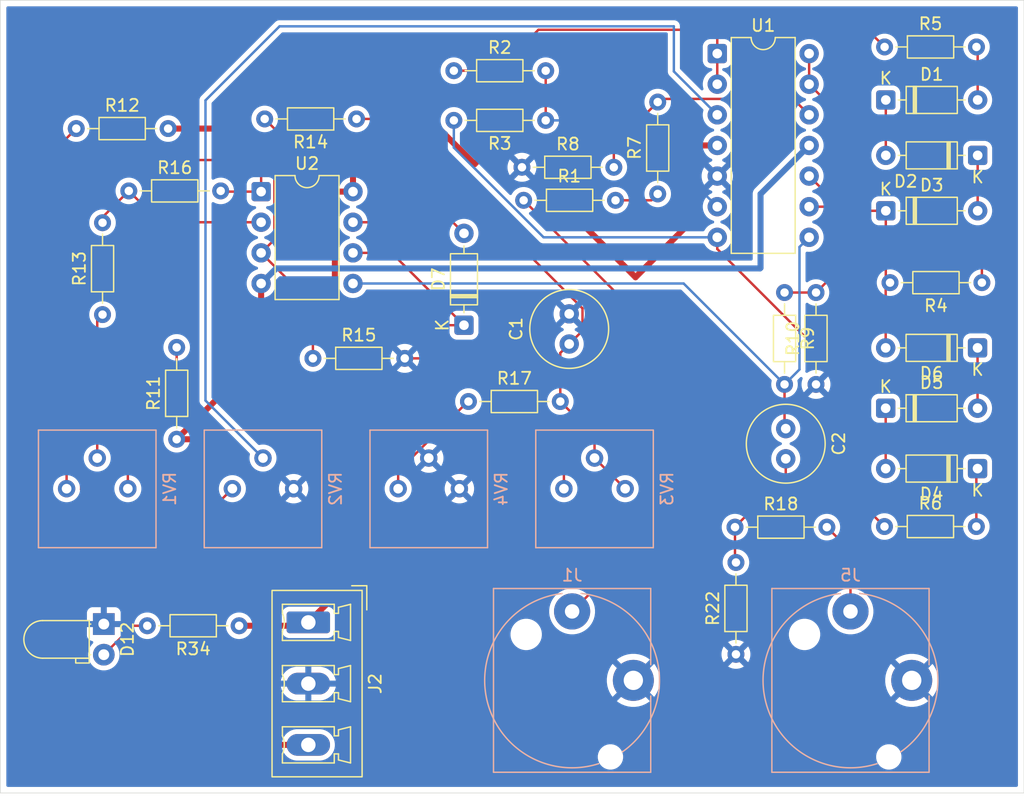
<source format=kicad_pcb>
(kicad_pcb (version 20241229) (generator "pcbnew") (generator_version "9.0")
  (layers (0 "F.Cu" signal) (2 "B.Cu" signal) (13 "F.Paste" user) (15 "B.Paste" user) (5 "F.SilkS" user "F.Silkscreen") (7 "B.SilkS" user "B.Silkscreen") (1 "F.Mask" user) (3 "B.Mask" user) (25 "Edge.Cuts" user))
  (net 0 "")
  (net 1 "PDOUT")
  (net 2 "GND")
  (net 3 "Net-(C2-Pad2)")
  (net 4 "CVOUT")
  (net 5 "Net-(D1-A)")
  (net 6 "Net-(D1-K)")
  (net 7 "Net-(D2-K)")
  (net 8 "Net-(D3-K)")
  (net 9 "Net-(D4-A)")
  (net 10 "Net-(D4-K)")
  (net 11 "Net-(D5-A)")
  (net 12 "Net-(D7-A)")
  (net 13 "Net-(D7-K)")
  (net 14 "Net-(D12-A)")
  (net 15 "Net-(J1-PadT)")
  (net 16 "-12")
  (net 17 "+12")
  (net 18 "Net-(J5-PadT)")
  (net 19 "Net-(R1-Pad2)")
  (net 20 "CVO+")
  (net 21 "Net-(U1B--)")
  (net 22 "CVO-")
  (net 23 "Net-(U1D--)")
  (net 24 "Net-(U1D-+)")
  (net 25 "Net-(U1C--)")
  (net 26 "Net-(R11-Pad2)")
  (net 27 "Net-(R12-Pad1)")
  (net 28 "Net-(U2A--)")
  (net 29 "Net-(R13-Pad1)")
  (net 30 "Net-(U2A-+)")
  (net 31 "Net-(R16-Pad2)")
  (net 32 "Net-(R17-Pad1)")
  (net 33 "COMPOUT")
  (footprint "Resistor_THT:R_Axial_DIN0204_L3.6mm_D1.6mm_P7.62mm_Horizontal" (layer "F.Cu") (at 204.08 125.79)
    (property "Reference" "R15" (at 3.81 -1.92 0) (layer "F.SilkS"))
    (property "Value" "100K")
    (pad "1" thru_hole circle (at 0 0) (size 1.4 1.4) (drill 0.7) (layers "*.Cu" "*.Mask") (net 30 "Net-(U2A-+)"))
    (pad "2" thru_hole circle (at 7.62 0) (size 1.4 1.4) (drill 0.7) (layers "*.Cu" "*.Mask") (net 2 "GND"))
  )
  (footprint "Resistor_THT:R_Axial_DIN0204_L3.6mm_D1.6mm_P7.62mm_Horizontal" (layer "F.Cu") (at 215.77 101.93)
    (property "Reference" "R2" (at 3.81 -1.92 0) (layer "F.SilkS"))
    (property "Value" "100K")
    (pad "1" thru_hole circle (at 0 0) (size 1.4 1.4) (drill 0.7) (layers "*.Cu" "*.Mask") (net 20 "CVO+"))
    (pad "2" thru_hole circle (at 7.62 0) (size 1.4 1.4) (drill 0.7) (layers "*.Cu" "*.Mask") (net 21 "Net-(U1B--)"))
  )
  (footprint "Resistor_THT:R_Axial_DIN0204_L3.6mm_D1.6mm_P7.62mm_Horizontal" (layer "F.Cu") (at 186.63 122.16 90)
    (property "Reference" "R13" (at 3.81 -1.92 90) (layer "F.SilkS"))
    (property "Value" "100K")
    (pad "1" thru_hole circle (at 0 0 90) (size 1.4 1.4) (drill 0.7) (layers "*.Cu" "*.Mask") (net 29 "Net-(R13-Pad1)"))
    (pad "2" thru_hole circle (at 7.62 0 90) (size 1.4 1.4) (drill 0.7) (layers "*.Cu" "*.Mask") (net 28 "Net-(U2A--)"))
  )
  (footprint "Resistor_THT:R_Axial_DIN0204_L3.6mm_D1.6mm_P7.62mm_Horizontal" (layer "F.Cu") (at 207.7 105.93 180)
    (property "Reference" "R14" (at 3.81 -1.92 0) (layer "F.SilkS"))
    (property "Value" "100K")
    (pad "1" thru_hole circle (at 0 0 180) (size 1.4 1.4) (drill 0.7) (layers "*.Cu" "*.Mask") (net 1 "PDOUT"))
    (pad "2" thru_hole circle (at 7.62 0 180) (size 1.4 1.4) (drill 0.7) (layers "*.Cu" "*.Mask") (net 30 "Net-(U2A-+)"))
  )
  (footprint "Resistor_THT:R_Axial_DIN0204_L3.6mm_D1.6mm_P7.62mm_Horizontal" (layer "F.Cu") (at 223.39 106.05 180)
    (property "Reference" "R3" (at 3.81 -1.92 0) (layer "F.SilkS"))
    (property "Value" "100K")
    (pad "1" thru_hole circle (at 0 0 180) (size 1.4 1.4) (drill 0.7) (layers "*.Cu" "*.Mask") (net 21 "Net-(U1B--)"))
    (pad "2" thru_hole circle (at 7.62 0 180) (size 1.4 1.4) (drill 0.7) (layers "*.Cu" "*.Mask") (net 22 "CVO-"))
  )
  (footprint "Resistor_THT:R_Axial_DIN0204_L3.6mm_D1.6mm_P7.62mm_Horizontal" (layer "F.Cu") (at 188.81 111.9)
    (property "Reference" "R16" (at 3.81 -1.92 0) (layer "F.SilkS"))
    (property "Value" "100K")
    (pad "1" thru_hole circle (at 0 0) (size 1.4 1.4) (drill 0.7) (layers "*.Cu" "*.Mask") (net 28 "Net-(U2A--)"))
    (pad "2" thru_hole circle (at 7.62 0) (size 1.4 1.4) (drill 0.7) (layers "*.Cu" "*.Mask") (net 31 "Net-(R16-Pad2)"))
  )
  (footprint "Package_DIP:DIP-8_W7.62mm" (layer "F.Cu") (at 199.785 111.96)
    (property "Reference" "U2" (at 3.81 -2.33 0) (layer "F.SilkS"))
    (property "Value" "TL072")
    (pad "1" thru_hole roundrect (at 0 0) (size 1.6 1.6) (drill 0.8) (layers "*.Cu" "*.Mask") (roundrect_rratio 0.15625) (net 31 "Net-(R16-Pad2)"))
    (pad "2" thru_hole circle (at 0 2.54) (size 1.6 1.6) (drill 0.8) (layers "*.Cu" "*.Mask") (net 28 "Net-(U2A--)"))
    (pad "3" thru_hole circle (at 0 5.08) (size 1.6 1.6) (drill 0.8) (layers "*.Cu" "*.Mask") (net 30 "Net-(U2A-+)"))
    (pad "4" thru_hole circle (at 0 7.62) (size 1.6 1.6) (drill 0.8) (layers "*.Cu" "*.Mask") (net 16 "-12"))
    (pad "5" thru_hole circle (at 7.62 7.62) (size 1.6 1.6) (drill 0.8) (layers "*.Cu" "*.Mask") (net 4 "CVOUT"))
    (pad "6" thru_hole circle (at 7.62 5.08) (size 1.6 1.6) (drill 0.8) (layers "*.Cu" "*.Mask") (net 13 "Net-(D7-K)"))
    (pad "7" thru_hole circle (at 7.62 2.54) (size 1.6 1.6) (drill 0.8) (layers "*.Cu" "*.Mask") (net 12 "Net-(D7-A)"))
    (pad "8" thru_hole circle (at 7.62 0) (size 1.6 1.6) (drill 0.8) (layers "*.Cu" "*.Mask") (net 17 "+12"))
  )
  (footprint "Resistor_THT:R_Axial_DIN0204_L3.6mm_D1.6mm_P7.62mm_Horizontal" (layer "F.Cu") (at 221.56 112.68)
    (property "Reference" "R1" (at 3.785 -2 0) (layer "F.SilkS"))
    (property "Value" "1K")
    (pad "1" thru_hole circle (at 0 0) (size 1.4 1.4) (drill 0.7) (layers "*.Cu" "*.Mask") (net 15 "Net-(J1-PadT)"))
    (pad "2" thru_hole circle (at 7.62 0) (size 1.4 1.4) (drill 0.7) (layers "*.Cu" "*.Mask") (net 19 "Net-(R1-Pad2)"))
  )
  (footprint "Resistor_THT:R_Axial_DIN0204_L3.6mm_D1.6mm_P7.62mm_Horizontal" (layer "F.Cu") (at 239.17 150.34 90)
    (property "Reference" "R22" (at 3.81 -1.92 90) (layer "F.SilkS"))
    (property "Value" "100K")
    (pad "1" thru_hole circle (at 0 0 90) (size 1.4 1.4) (drill 0.7) (layers "*.Cu" "*.Mask") (net 2 "GND"))
    (pad "2" thru_hole circle (at 7.62 0 90) (size 1.4 1.4) (drill 0.7) (layers "*.Cu" "*.Mask") (net 3 "Net-(C2-Pad2)"))
  )
  (footprint "Diode_THT:D_DO-35_SOD27_P7.62mm_Horizontal" (layer "F.Cu") (at 216.61 123.04 90)
    (property "Reference" "D7" (at 3.81 -2.12 90) (layer "F.SilkS"))
    (property "Value" "1N4148")
    (fp_text user "K" (at 0 -1.8 90) (layer "F.SilkS"))
    (pad "1" thru_hole roundrect (at 0 0 90) (size 1.6 1.6) (drill 0.8) (layers "*.Cu" "*.Mask") (roundrect_rratio 0.15625) (net 13 "Net-(D7-K)"))
    (pad "2" thru_hole circle (at 7.62 0 90) (size 1.6 1.6) (drill 0.8) (layers "*.Cu" "*.Mask") (net 12 "Net-(D7-A)"))
  )
  (footprint "Resistor_THT:R_Axial_DIN0204_L3.6mm_D1.6mm_P7.62mm_Horizontal" (layer "F.Cu") (at 251.5 99.96)
    (property "Reference" "R5" (at 3.81 -1.92 0) (layer "F.SilkS"))
    (property "Value" "100")
    (pad "1" thru_hole circle (at 0 0) (size 1.4 1.4) (drill 0.7) (layers "*.Cu" "*.Mask") (net 20 "CVO+"))
    (pad "2" thru_hole circle (at 7.62 0) (size 1.4 1.4) (drill 0.7) (layers "*.Cu" "*.Mask") (net 5 "Net-(D1-A)"))
  )
  (footprint "Resistor_THT:R_Axial_DIN0204_L3.6mm_D1.6mm_P7.62mm_Horizontal" (layer "F.Cu") (at 192.78 132.5 90)
    (property "Reference" "R11" (at 3.81 -1.92 90) (layer "F.SilkS"))
    (property "Value" "100K")
    (pad "1" thru_hole circle (at 0 0 90) (size 1.4 1.4) (drill 0.7) (layers "*.Cu" "*.Mask") (net 16 "-12"))
    (pad "2" thru_hole circle (at 7.62 0 90) (size 1.4 1.4) (drill 0.7) (layers "*.Cu" "*.Mask") (net 26 "Net-(R11-Pad2)"))
  )
  (footprint "Resistor_THT:R_Axial_DIN0204_L3.6mm_D1.6mm_P7.62mm_Horizontal" (layer "F.Cu") (at 232.68 112.15 90)
    (property "Reference" "R7" (at 3.81 -1.92 90) (layer "F.SilkS"))
    (property "Value" "100K")
    (pad "1" thru_hole circle (at 0 0 90) (size 1.4 1.4) (drill 0.7) (layers "*.Cu" "*.Mask") (net 19 "Net-(R1-Pad2)"))
    (pad "2" thru_hole circle (at 7.62 0 90) (size 1.4 1.4) (drill 0.7) (layers "*.Cu" "*.Mask") (net 24 "Net-(U1D-+)"))
  )
  (footprint "Diode_THT:D_DO-35_SOD27_P7.62mm_Horizontal" (layer "F.Cu") (at 251.59 129.926667)
    (property "Reference" "D5" (at 3.81 -2.12 0) (layer "F.SilkS"))
    (property "Value" "1N4148")
    (fp_text user "K" (at 0 -1.8 0) (layer "F.SilkS"))
    (pad "1" thru_hole roundrect (at 0 0) (size 1.6 1.6) (drill 0.8) (layers "*.Cu" "*.Mask") (roundrect_rratio 0.15625) (net 9 "Net-(D4-A)"))
    (pad "2" thru_hole circle (at 7.62 0) (size 1.6 1.6) (drill 0.8) (layers "*.Cu" "*.Mask") (net 11 "Net-(D5-A)"))
  )
  (footprint "Resistor_THT:R_Axial_DIN0204_L3.6mm_D1.6mm_P7.62mm_Horizontal" (layer "F.Cu") (at 239.09 139.79)
    (property "Reference" "R18" (at 3.81 -1.92 0) (layer "F.SilkS"))
    (property "Value" "1K")
    (pad "1" thru_hole circle (at 0 0) (size 1.4 1.4) (drill 0.7) (layers "*.Cu" "*.Mask") (net 3 "Net-(C2-Pad2)"))
    (pad "2" thru_hole circle (at 7.62 0) (size 1.4 1.4) (drill 0.7) (layers "*.Cu" "*.Mask") (net 18 "Net-(J5-PadT)"))
  )
  (footprint "Resistor_THT:R_Axial_DIN0204_L3.6mm_D1.6mm_P7.62mm_Horizontal" (layer "F.Cu") (at 245.81 127.95 90)
    (property "Reference" "R10" (at 3.81 -1.92 90) (layer "F.SilkS"))
    (property "Value" "10K")
    (pad "1" thru_hole circle (at 0 0 90) (size 1.4 1.4) (drill 0.7) (layers "*.Cu" "*.Mask") (net 2 "GND"))
    (pad "2" thru_hole circle (at 7.62 0 90) (size 1.4 1.4) (drill 0.7) (layers "*.Cu" "*.Mask") (net 25 "Net-(U1C--)"))
  )
  (footprint "Package_DIP:DIP-14_W7.62mm" (layer "F.Cu") (at 237.62 100.51)
    (property "Reference" "U1" (at 3.81 -2.33 0) (layer "F.SilkS"))
    (property "Value" "TL074")
    (pad "1" thru_hole roundrect (at 0 0) (size 1.6 1.6) (drill 0.8) (layers "*.Cu" "*.Mask") (roundrect_rratio 0.15625) (net 20 "CVO+"))
    (pad "2" thru_hole circle (at 0 2.54) (size 1.6 1.6) (drill 0.8) (layers "*.Cu" "*.Mask") (net 20 "CVO+"))
    (pad "3" thru_hole circle (at 0 5.08) (size 1.6 1.6) (drill 0.8) (layers "*.Cu" "*.Mask") (net 33 "COMPOUT"))
    (pad "4" thru_hole circle (at 0 7.62) (size 1.6 1.6) (drill 0.8) (layers "*.Cu" "*.Mask") (net 17 "+12"))
    (pad "5" thru_hole circle (at 0 10.16) (size 1.6 1.6) (drill 0.8) (layers "*.Cu" "*.Mask") (net 2 "GND"))
    (pad "6" thru_hole circle (at 0 12.7) (size 1.6 1.6) (drill 0.8) (layers "*.Cu" "*.Mask") (net 21 "Net-(U1B--)"))
    (pad "7" thru_hole circle (at 0 15.24) (size 1.6 1.6) (drill 0.8) (layers "*.Cu" "*.Mask") (net 22 "CVO-"))
    (pad "8" thru_hole circle (at 7.62 15.24) (size 1.6 1.6) (drill 0.8) (layers "*.Cu" "*.Mask") (net 4 "CVOUT"))
    (pad "9" thru_hole circle (at 7.62 12.7) (size 1.6 1.6) (drill 0.8) (layers "*.Cu" "*.Mask") (net 25 "Net-(U1C--)"))
    (pad "10" thru_hole circle (at 7.62 10.16) (size 1.6 1.6) (drill 0.8) (layers "*.Cu" "*.Mask") (net 8 "Net-(D3-K)"))
    (pad "11" thru_hole circle (at 7.62 7.62) (size 1.6 1.6) (drill 0.8) (layers "*.Cu" "*.Mask") (net 16 "-12"))
    (pad "12" thru_hole circle (at 7.62 5.08) (size 1.6 1.6) (drill 0.8) (layers "*.Cu" "*.Mask") (net 24 "Net-(U1D-+)"))
    (pad "13" thru_hole circle (at 7.62 2.54) (size 1.6 1.6) (drill 0.8) (layers "*.Cu" "*.Mask") (net 23 "Net-(U1D--)"))
    (pad "14" thru_hole circle (at 7.62 0) (size 1.6 1.6) (drill 0.8) (layers "*.Cu" "*.Mask") (net 23 "Net-(U1D--)"))
  )
  (footprint "Resistor_THT:R_Axial_DIN0204_L3.6mm_D1.6mm_P7.62mm_Horizontal" (layer "F.Cu") (at 221.42 109.94)
    (property "Reference" "R8" (at 3.81 -1.92 0) (layer "F.SilkS"))
    (property "Value" "10K")
    (pad "1" thru_hole circle (at 0 0) (size 1.4 1.4) (drill 0.7) (layers "*.Cu" "*.Mask") (net 2 "GND"))
    (pad "2" thru_hole circle (at 7.62 0) (size 1.4 1.4) (drill 0.7) (layers "*.Cu" "*.Mask") (net 24 "Net-(U1D-+)"))
  )
  (footprint "Diode_THT:D_DO-35_SOD27_P7.62mm_Horizontal" (layer "F.Cu") (at 259.22 108.953333 180)
    (property "Reference" "D2" (at 5.97 -2.16 0) (layer "F.SilkS"))
    (property "Value" "1N4148")
    (fp_text user "K" (at 0 -1.8 0) (layer "F.SilkS"))
    (pad "1" thru_hole roundrect (at 0 0 180) (size 1.6 1.6) (drill 0.8) (layers "*.Cu" "*.Mask") (roundrect_rratio 0.15625) (net 7 "Net-(D2-K)"))
    (pad "2" thru_hole circle (at 7.62 0 180) (size 1.6 1.6) (drill 0.8) (layers "*.Cu" "*.Mask") (net 6 "Net-(D1-K)"))
  )
  (footprint "Resistor_THT:R_Axial_DIN0204_L3.6mm_D1.6mm_P7.62mm_Horizontal" (layer "F.Cu") (at 259.57 119.51 180)
    (property "Reference" "R4" (at 3.81 -1.92 0) (layer "F.SilkS"))
    (property "Value" "1K")
    (pad "1" thru_hole circle (at 0 0 180) (size 1.4 1.4) (drill 0.7) (layers "*.Cu" "*.Mask") (net 23 "Net-(U1D--)"))
    (pad "2" thru_hole circle (at 7.62 0 180) (size 1.4 1.4) (drill 0.7) (layers "*.Cu" "*.Mask") (net 8 "Net-(D3-K)"))
  )
  (footprint "Diode_THT:D_DO-35_SOD27_P7.62mm_Horizontal" (layer "F.Cu") (at 251.6 104.356667)
    (property "Reference" "D1" (at 3.81 -2.12 0) (layer "F.SilkS"))
    (property "Value" "1N4148")
    (fp_text user "K" (at 0 -1.8 0) (layer "F.SilkS"))
    (pad "1" thru_hole roundrect (at 0 0) (size 1.6 1.6) (drill 0.8) (layers "*.Cu" "*.Mask") (roundrect_rratio 0.15625) (net 6 "Net-(D1-K)"))
    (pad "2" thru_hole circle (at 7.62 0) (size 1.6 1.6) (drill 0.8) (layers "*.Cu" "*.Mask") (net 5 "Net-(D1-A)"))
  )
  (footprint "Resistor_THT:R_Axial_DIN0204_L3.6mm_D1.6mm_P7.62mm_Horizontal" (layer "F.Cu") (at 184.45 106.73)
    (property "Reference" "R12" (at 3.81 -1.92 0) (layer "F.SilkS"))
    (property "Value" "50K")
    (pad "1" thru_hole circle (at 0 0) (size 1.4 1.4) (drill 0.7) (layers "*.Cu" "*.Mask") (net 27 "Net-(R12-Pad1)"))
    (pad "2" thru_hole circle (at 7.62 0) (size 1.4 1.4) (drill 0.7) (layers "*.Cu" "*.Mask") (net 17 "+12"))
  )
  (footprint "Capacitor_THT:C_Radial_D6.3mm_H5.0mm_P2.50mm" (layer "F.Cu") (at 225.34 124.6 90)
    (property "Reference" "C1" (at 1.25 -4.4 90) (layer "F.SilkS"))
    (property "Value" "10u")
    (pad "1" thru_hole circle (at 0 0 90) (size 1.6 1.6) (drill 0.8) (layers "*.Cu" "*.Mask") (net 1 "PDOUT"))
    (pad "2" thru_hole circle (at 2.5 0 90) (size 1.6 1.6) (drill 0.8) (layers "*.Cu" "*.Mask") (net 2 "GND"))
  )
  (footprint "Resistor_THT:R_Axial_DIN0204_L3.6mm_D1.6mm_P7.62mm_Horizontal" (layer "F.Cu") (at 243.2 120.33 -90)
    (property "Reference" "R9" (at 3.81 -1.92 90) (layer "F.SilkS"))
    (property "Value" "100K")
    (pad "1" thru_hole circle (at 0 0 270) (size 1.4 1.4) (drill 0.7) (layers "*.Cu" "*.Mask") (net 25 "Net-(U1C--)"))
    (pad "2" thru_hole circle (at 7.62 0 270) (size 1.4 1.4) (drill 0.7) (layers "*.Cu" "*.Mask") (net 4 "CVOUT"))
  )
  (footprint "Resistor_THT:R_Axial_DIN0204_L3.6mm_D1.6mm_P7.62mm_Horizontal" (layer "F.Cu") (at 197.96 147.97 180)
    (property "Reference" "R34" (at 3.81 -1.92 0) (layer "F.SilkS"))
    (property "Value" "4.7K")
    (pad "1" thru_hole circle (at 0 0 180) (size 1.4 1.4) (drill 0.7) (layers "*.Cu" "*.Mask") (net 17 "+12"))
    (pad "2" thru_hole circle (at 7.62 0 180) (size 1.4 1.4) (drill 0.7) (layers "*.Cu" "*.Mask") (net 14 "Net-(D12-A)"))
  )
  (footprint "Capacitor_THT:C_Radial_D6.3mm_H5.0mm_P2.50mm" (layer "F.Cu") (at 243.3 131.62 -90)
    (property "Reference" "C2" (at 1.25 -4.4 90) (layer "F.SilkS"))
    (property "Value" "10u")
    (pad "1" thru_hole circle (at 0 0 270) (size 1.6 1.6) (drill 0.8) (layers "*.Cu" "*.Mask") (net 4 "CVOUT"))
    (pad "2" thru_hole circle (at 2.5 0 270) (size 1.6 1.6) (drill 0.8) (layers "*.Cu" "*.Mask") (net 3 "Net-(C2-Pad2)"))
  )
  (footprint "Diode_THT:D_DO-35_SOD27_P7.62mm_Horizontal" (layer "F.Cu") (at 259.21 124.92 180)
    (property "Reference" "D6" (at 3.81 -2.12 0) (layer "F.SilkS"))
    (property "Value" "1N4148")
    (fp_text user "K" (at 0 -1.8 0) (layer "F.SilkS"))
    (pad "1" thru_hole roundrect (at 0 0 180) (size 1.6 1.6) (drill 0.8) (layers "*.Cu" "*.Mask") (roundrect_rratio 0.15625) (net 11 "Net-(D5-A)"))
    (pad "2" thru_hole circle (at 7.62 0 180) (size 1.6 1.6) (drill 0.8) (layers "*.Cu" "*.Mask") (net 8 "Net-(D3-K)"))
  )
  (footprint "Resistor_THT:R_Axial_DIN0204_L3.6mm_D1.6mm_P7.62mm_Horizontal" (layer "F.Cu") (at 251.49 139.74)
    (property "Reference" "R6" (at 3.81 -1.92 0) (layer "F.SilkS"))
    (property "Value" "100")
    (pad "1" thru_hole circle (at 0 0) (size 1.4 1.4) (drill 0.7) (layers "*.Cu" "*.Mask") (net 22 "CVO-"))
    (pad "2" thru_hole circle (at 7.62 0) (size 1.4 1.4) (drill 0.7) (layers "*.Cu" "*.Mask") (net 10 "Net-(D4-K)"))
  )
  (footprint "Diode_THT:D_DO-35_SOD27_P7.62mm_Horizontal" (layer "F.Cu") (at 259.21 134.933333 180)
    (property "Reference" "D4" (at 3.81 -2.12 0) (layer "F.SilkS"))
    (property "Value" "1N4148")
    (fp_text user "K" (at 0 -1.8 0) (layer "F.SilkS"))
    (pad "1" thru_hole roundrect (at 0 0 180) (size 1.6 1.6) (drill 0.8) (layers "*.Cu" "*.Mask") (roundrect_rratio 0.15625) (net 10 "Net-(D4-K)"))
    (pad "2" thru_hole circle (at 7.62 0 180) (size 1.6 1.6) (drill 0.8) (layers "*.Cu" "*.Mask") (net 9 "Net-(D4-A)"))
  )
  (footprint "LED_THT:LED_D3.0mm_Horizontal_O1.27mm_Z2.0mm" (layer "F.Cu") (at 186.735 147.83 -90)
    (property "Reference" "D12" (at 1.27 -1.96 90) (layer "F.SilkS"))
    (property "Value" "LED")
    (pad "1" thru_hole rect (at 0 0 270) (size 1.8 1.8) (drill 0.9) (layers "*.Cu" "*.Mask") (net 2 "GND"))
    (pad "2" thru_hole circle (at 2.54 0 270) (size 1.8 1.8) (drill 0.9) (layers "*.Cu" "*.Mask") (net 14 "Net-(D12-A)"))
  )
  (footprint "Resistor_THT:R_Axial_DIN0204_L3.6mm_D1.6mm_P7.62mm_Horizontal" (layer "F.Cu") (at 216.98 129.37)
    (property "Reference" "R17" (at 3.81 -1.92 0) (layer "F.SilkS"))
    (property "Value" "5K")
    (pad "1" thru_hole circle (at 0 0) (size 1.4 1.4) (drill 0.7) (layers "*.Cu" "*.Mask") (net 32 "Net-(R17-Pad1)"))
    (pad "2" thru_hole circle (at 7.62 0) (size 1.4 1.4) (drill 0.7) (layers "*.Cu" "*.Mask") (net 1 "PDOUT"))
  )
  (footprint "Connector_Phoenix_MC_HighVoltage:PhoenixContact_MCV_1,5_3-G-5.08_1x03_P5.08mm_Vertical" (layer "F.Cu") (at 203.7 147.69 -90)
    (property "Reference" "J2" (at 5.08 -5.55 90) (layer "F.SilkS"))
    (property "Value" "Conn_01x03_Pin")
    (pad "1" thru_hole roundrect (at 0 0 270) (size 1.8 3.6) (drill 1.2) (layers "*.Cu" "*.Mask") (roundrect_rratio 0.138889) (net 17 "+12"))
    (pad "2" thru_hole oval (at 5.08 0 270) (size 1.8 3.6) (drill 1.2) (layers "*.Cu" "*.Mask") (net 2 "GND"))
    (pad "3" thru_hole oval (at 10.16 0 270) (size 1.8 3.6) (drill 1.2) (layers "*.Cu" "*.Mask") (net 16 "-12"))
  )
  (footprint "Diode_THT:D_DO-35_SOD27_P7.62mm_Horizontal" (layer "F.Cu") (at 251.6 113.55)
    (property "Reference" "D3" (at 3.81 -2.12 0) (layer "F.SilkS"))
    (property "Value" "1N4148")
    (fp_text user "K" (at 0 -1.8 0) (layer "F.SilkS"))
    (pad "1" thru_hole roundrect (at 0 0) (size 1.6 1.6) (drill 0.8) (layers "*.Cu" "*.Mask") (roundrect_rratio 0.15625) (net 8 "Net-(D3-K)"))
    (pad "2" thru_hole circle (at 7.62 0) (size 1.6 1.6) (drill 0.8) (layers "*.Cu" "*.Mask") (net 7 "Net-(D2-K)"))
  )
  (footprint "Connector_Audio:Jack_6.35mm_Neutrik_NJ2FD-V_Vertical" (layer "B.Cu") (at 248.67 146.78 180)
    (property "Reference" "J5" (at 0 3 0) (layer "B.SilkS") (effects (justify mirror)))
    (property "Value" "AudioOut")
    (pad "" np_thru_hole circle (at -3.18 -12.07) (size 1.6 1.6) (drill 1.6) (layers "*.Cu" "*.Mask"))
    (pad "" np_thru_hole circle (at 3.81 -1.91) (size 2.1 2.1) (drill 2.1) (layers "*.Cu" "*.Mask"))
    (pad "S" thru_hole circle (at -5.08 -5.72) (size 3.4 3.4) (drill 1.6) (layers "*.Cu" "*.Mask") (net 2 "GND"))
    (pad "T" thru_hole circle (at 0 0) (size 3 3) (drill 1.2) (layers "*.Cu" "*.Mask") (net 18 "Net-(J5-PadT)"))
  )
  (footprint "Potentiometer_THT:Potentiometer_Bourns_3386P_Vertical" (layer "B.Cu") (at 197.4 136.6 90)
    (property "Reference" "RV2" (at -0.015 8.555 90) (layer "B.SilkS") (effects (justify mirror)))
    (property "Value" "100K")
    (pad "1" thru_hole circle (at 0 0 90) (size 1.44 1.44) (drill 0.8) (layers "*.Cu" "*.Mask") (net 31 "Net-(R16-Pad2)"))
    (pad "2" thru_hole circle (at 2.54 2.54 90) (size 1.44 1.44) (drill 0.8) (layers "*.Cu" "*.Mask") (net 33 "COMPOUT"))
    (pad "3" thru_hole circle (at 0 5.08 90) (size 1.44 1.44) (drill 0.8) (layers "*.Cu" "*.Mask") (net 2 "GND"))
  )
  (footprint "Potentiometer_THT:Potentiometer_Bourns_3386P_Vertical" (layer "B.Cu") (at 224.9 136.6 90)
    (property "Reference" "RV3" (at -0.015 8.555 90) (layer "B.SilkS") (effects (justify mirror)))
    (property "Value" "100K")
    (pad "1" thru_hole circle (at 0 0 90) (size 1.44 1.44) (drill 0.8) (layers "*.Cu" "*.Mask") (net 13 "Net-(D7-K)"))
    (pad "2" thru_hole circle (at 2.54 2.54 90) (size 1.44 1.44) (drill 0.8) (layers "*.Cu" "*.Mask") (net 1 "PDOUT"))
    (pad "3" thru_hole circle (at 0 5.08 90) (size 1.44 1.44) (drill 0.8) (layers "*.Cu" "*.Mask") (net 1 "PDOUT"))
  )
  (footprint "Connector_Audio:Jack_6.35mm_Neutrik_NJ2FD-V_Vertical" (layer "B.Cu") (at 225.58 146.78 180)
    (property "Reference" "J1" (at 0 3 0) (layer "B.SilkS") (effects (justify mirror)))
    (property "Value" "AudioIn")
    (pad "" np_thru_hole circle (at -3.18 -12.07) (size 1.6 1.6) (drill 1.6) (layers "*.Cu" "*.Mask"))
    (pad "" np_thru_hole circle (at 3.81 -1.91) (size 2.1 2.1) (drill 2.1) (layers "*.Cu" "*.Mask"))
    (pad "S" thru_hole circle (at -5.08 -5.72) (size 3.4 3.4) (drill 1.6) (layers "*.Cu" "*.Mask") (net 2 "GND"))
    (pad "T" thru_hole circle (at 0 0) (size 3 3) (drill 1.2) (layers "*.Cu" "*.Mask") (net 15 "Net-(J1-PadT)"))
  )
  (footprint "Potentiometer_THT:Potentiometer_Bourns_3386P_Vertical" (layer "B.Cu") (at 183.65 136.6 90)
    (property "Reference" "RV1" (at -0.015 8.555 90) (layer "B.SilkS") (effects (justify mirror)))
    (property "Value" "100K")
    (pad "1" thru_hole circle (at 0 0 90) (size 1.44 1.44) (drill 0.8) (layers "*.Cu" "*.Mask") (net 27 "Net-(R12-Pad1)"))
    (pad "2" thru_hole circle (at 2.54 2.54 90) (size 1.44 1.44) (drill 0.8) (layers "*.Cu" "*.Mask") (net 29 "Net-(R13-Pad1)"))
    (pad "3" thru_hole circle (at 0 5.08 90) (size 1.44 1.44) (drill 0.8) (layers "*.Cu" "*.Mask") (net 26 "Net-(R11-Pad2)"))
  )
  (footprint "Potentiometer_THT:Potentiometer_Bourns_3386P_Vertical" (layer "B.Cu") (at 211.15 136.6 90)
    (property "Reference" "RV4" (at -0.015 8.555 90) (layer "B.SilkS") (effects (justify mirror)))
    (property "Value" "100K")
    (pad "1" thru_hole circle (at 0 0 90) (size 1.44 1.44) (drill 0.8) (layers "*.Cu" "*.Mask") (net 32 "Net-(R17-Pad1)"))
    (pad "2" thru_hole circle (at 2.54 2.54 90) (size 1.44 1.44) (drill 0.8) (layers "*.Cu" "*.Mask") (net 2 "GND"))
    (pad "3" thru_hole circle (at 0 5.08 90) (size 1.44 1.44) (drill 0.8) (layers "*.Cu" "*.Mask") (net 2 "GND"))
  )
  (gr_rect (start 178.15 96.09) (end 263.06 161.84) (stroke (width 0.05)) (fill no) (layer "Edge.Cuts"))
  (segment (start 224.6 129.37) (end 224.6 125.34) (width 0.2) (layer "F.Cu") (net 1))
  (segment (start 224.6 125.34) (end 225.34 124.6) (width 0.2) (layer "F.Cu") (net 1))
  (segment (start 227.44 132.21) (end 224.6 129.37) (width 0.2) (layer "F.Cu") (net 1))
  (segment (start 226.441 121.64395) (end 210.72705 105.93) (width 0.2) (layer "F.Cu") (net 1))
  (segment (start 229.98 136.6) (end 227.44 134.06) (width 0.2) (layer "F.Cu") (net 1))
  (segment (start 225.34 124.6) (end 226.441 123.499) (width 0.2) (layer "F.Cu") (net 1))
  (segment (start 227.44 134.06) (end 227.44 132.21) (width 0.2) (layer "F.Cu") (net 1))
  (segment (start 210.72705 105.93) (end 207.7 105.93) (width 0.2) (layer "F.Cu") (net 1))
  (segment (start 226.441 123.499) (end 226.441 121.64395) (width 0.2) (layer "F.Cu") (net 1))
  (segment (start 221.65 125.79) (end 225.34 122.1) (width 0.2) (layer "F.Cu") (net 2))
  (segment (start 211.7 125.79) (end 221.65 125.79) (width 0.2) (layer "F.Cu") (net 2))
  (segment (start 239.09 139.77) (end 243.3 135.56) (width 0.2) (layer "F.Cu") (net 3))
  (segment (start 239.09 139.79) (end 239.09 139.77) (width 0.2) (layer "F.Cu") (net 3))
  (segment (start 243.3 135.56) (end 243.3 134.12) (width 0.2) (layer "F.Cu") (net 3))
  (segment (start 239.09 139.79) (end 239.09 142.64) (width 0.2) (layer "F.Cu") (net 3))
  (segment (start 239.09 142.64) (end 239.17 142.72) (width 0.2) (layer "F.Cu") (net 3))
  (segment (start 243.2 127.95) (end 243.2 131.52) (width 0.2) (layer "F.Cu") (net 4))
  (segment (start 243.2 131.52) (end 243.3 131.62) (width 0.2) (layer "F.Cu") (net 4))
  (segment (start 243.2 127.95) (end 234.83 119.58) (width 0.2) (layer "B.Cu") (net 4))
  (segment (start 244.440001 126.709999) (end 243.2 127.95) (width 0.2) (layer "B.Cu") (net 4))
  (segment (start 244.440001 116.549999) (end 244.440001 126.709999) (width 0.2) (layer "B.Cu") (net 4))
  (segment (start 234.83 119.58) (end 207.405 119.58) (width 0.2) (layer "B.Cu") (net 4))
  (segment (start 245.24 115.75) (end 244.440001 116.549999) (width 0.2) (layer "B.Cu") (net 4))
  (segment (start 259.22 100.06) (end 259.12 99.96) (width 0.2) (layer "F.Cu") (net 5))
  (segment (start 259.22 104.356667) (end 259.22 100.06) (width 0.2) (layer "F.Cu") (net 5))
  (segment (start 251.6 108.953333) (end 251.6 104.356667) (width 0.2) (layer "F.Cu") (net 6))
  (segment (start 259.22 113.55) (end 259.22 108.953333) (width 0.2) (layer "F.Cu") (net 7))
  (segment (start 251.6 119.16) (end 251.95 119.51) (width 0.2) (layer "F.Cu") (net 8))
  (segment (start 251.59 119.87) (end 251.95 119.51) (width 0.2) (layer "F.Cu") (net 8))
  (segment (start 251.6 113.55) (end 248.12 113.55) (width 0.2) (layer "F.Cu") (net 8))
  (segment (start 251.6 113.55) (end 251.6 119.16) (width 0.2) (layer "F.Cu") (net 8))
  (segment (start 248.12 113.55) (end 245.24 110.67) (width 0.2) (layer "F.Cu") (net 8))
  (segment (start 251.59 124.92) (end 251.59 119.87) (width 0.2) (layer "F.Cu") (net 8))
  (segment (start 251.59 134.933333) (end 251.59 129.926667) (width 0.2) (layer "F.Cu") (net 9))
  (segment (start 259.11 139.74) (end 259.11 135.033333) (width 0.2) (layer "F.Cu") (net 10))
  (segment (start 259.11 135.033333) (end 259.21 134.933333) (width 0.2) (layer "F.Cu") (net 10))
  (segment (start 259.21 129.926667) (end 259.21 124.92) (width 0.2) (layer "F.Cu") (net 11))
  (segment (start 207.405 114.5) (end 215.69 114.5) (width 0.2) (layer "F.Cu") (net 12))
  (segment (start 215.69 114.5) (end 216.61 115.42) (width 0.2) (layer "F.Cu") (net 12))
  (segment (start 207.51 127.6) (end 212.07 123.04) (width 0.2) (layer "F.Cu") (net 13))
  (segment (start 207.405 117.04) (end 210.61 117.04) (width 0.2) (layer "F.Cu") (net 13))
  (segment (start 224.9 136.6) (end 224.9 133.08) (width 0.2) (layer "F.Cu") (net 13))
  (segment (start 219.42 127.6) (end 207.51 127.6) (width 0.2) (layer "F.Cu") (net 13))
  (segment (start 212.07 123.04) (end 216.61 123.04) (width 0.2) (layer "F.Cu") (net 13))
  (segment (start 224.9 133.08) (end 219.42 127.6) (width 0.2) (layer "F.Cu") (net 13))
  (segment (start 210.61 117.04) (end 216.61 123.04) (width 0.2) (layer "F.Cu") (net 13))
  (segment (start 189.135 147.97) (end 190.34 147.97) (width 0.2) (layer "F.Cu") (net 14))
  (segment (start 186.735 150.37) (end 189.135 147.97) (width 0.2) (layer "F.Cu") (net 14))
  (segment (start 235.66 126.78) (end 235.66 136.7) (width 0.2) (layer "F.Cu") (net 15))
  (segment (start 221.56 112.68) (end 235.66 126.78) (width 0.2) (layer "F.Cu") (net 15))
  (segment (start 235.66 136.7) (end 225.58 146.78) (width 0.2) (layer "F.Cu") (net 15))
  (segment (start 199.785 125.495) (end 199.785 119.58) (width 0.5) (layer "F.Cu") (net 16))
  (segment (start 193.13 154.99) (end 193.13 145.57) (width 0.5) (layer "F.Cu") (net 16))
  (segment (start 200.56 137.05) (end 195.98 132.47) (width 0.5) (layer "F.Cu") (net 16))
  (segment (start 200.56 138.14) (end 200.56 137.05) (width 0.5) (layer "F.Cu") (net 16))
  (segment (start 195.98 132.47) (end 195.95 132.5) (width 0.2) (layer "F.Cu") (net 16))
  (segment (start 195.99 157.85) (end 193.13 154.99) (width 0.5) (layer "F.Cu") (net 16))
  (segment (start 195.95 132.5) (end 192.78 132.5) (width 0.5) (layer "F.Cu") (net 16))
  (segment (start 203.7 157.85) (end 195.99 157.85) (width 0.5) (layer "F.Cu") (net 16))
  (segment (start 192.78 132.5) (end 199.785 125.495) (width 0.5) (layer "F.Cu") (net 16))
  (segment (start 193.13 145.57) (end 200.56 138.14) (width 0.5) (layer "F.Cu") (net 16))
  (segment (start 241.21 112.16) (end 245.24 108.13) (width 0.5) (layer "B.Cu") (net 16))
  (segment (start 241.161 118.329) (end 241.21 118.28) (width 0.5) (layer "B.Cu") (net 16))
  (segment (start 199.785 119.58) (end 201.036 118.329) (width 0.5) (layer "B.Cu") (net 16))
  (segment (start 241.21 118.28) (end 241.21 112.16) (width 0.5) (layer "B.Cu") (net 16))
  (segment (start 201.036 118.329) (end 241.161 118.329) (width 0.5) (layer "B.Cu") (net 16))
  (segment (start 230.84 119.06) (end 235.06 114.84) (width 0.5) (layer "F.Cu") (net 17))
  (segment (start 200.275 103.065) (end 210.875 103.065) (width 0.5) (layer "F.Cu") (net 17))
  (segment (start 203.42 147.97) (end 203.7 147.69) (width 0.2) (layer "F.Cu") (net 17))
  (segment (start 207.405 111.96) (end 207.405 110.195) (width 0.5) (layer "F.Cu") (net 17))
  (segment (start 210.875 103.065) (end 217.49 109.68) (width 0.5) (layer "F.Cu") (net 17))
  (segment (start 205.9 145.49) (end 205.9 111.95) (width 0.5) (layer "F.Cu") (net 17))
  (segment (start 235.06 114.84) (end 235.06 107.89) (width 0.5) (layer "F.Cu") (net 17))
  (segment (start 196.18 106.73) (end 192.07 106.73) (width 0.5) (layer "F.Cu") (net 17))
  (segment (start 203.7 147.69) (end 205.9 145.49) (width 0.5) (layer "F.Cu") (net 17))
  (segment (start 205.9 111.95) (end 205.91 111.96) (width 0.2) (layer "F.Cu") (net 17))
  (segment (start 217.49 109.68) (end 219.2 107.97) (width 0.5) (layer "F.Cu") (net 17))
  (segment (start 225.84 114.06) (end 230.84 119.06) (width 0.5) (layer "F.Cu") (net 17))
  (segment (start 205.91 111.96) (end 207.405 111.96) (width 0.5) (layer "F.Cu") (net 17))
  (segment (start 200.06 102.85) (end 196.18 106.73) (width 0.5) (layer "F.Cu") (net 17))
  (segment (start 207.405 110.195) (end 200.275 103.065) (width 0.5) (layer "F.Cu") (net 17))
  (segment (start 219.2 107.97) (end 225.84 107.97) (width 0.5) (layer "F.Cu") (net 17))
  (segment (start 200.275 103.065) (end 200.06 102.85) (width 0.5) (layer "F.Cu") (net 17))
  (segment (start 235.06 107.89) (end 235.3 108.13) (width 0.5) (layer "F.Cu") (net 17))
  (segment (start 225.84 107.97) (end 225.84 114.06) (width 0.5) (layer "F.Cu") (net 17))
  (segment (start 197.96 147.97) (end 203.42 147.97) (width 0.5) (layer "F.Cu") (net 17))
  (segment (start 235.3 108.13) (end 237.62 108.13) (width 0.5) (layer "F.Cu") (net 17))
  (segment (start 248.67 141.75) (end 246.71 139.79) (width 0.2) (layer "F.Cu") (net 18))
  (segment (start 248.67 146.78) (end 248.67 141.75) (width 0.2) (layer "F.Cu") (net 18))
  (segment (start 229.18 112.68) (end 232.15 112.68) (width 0.2) (layer "F.Cu") (net 19))
  (segment (start 232.15 112.68) (end 232.68 112.15) (width 0.2) (layer "F.Cu") (net 19))
  (segment (start 215.77 101.93) (end 219.39 101.93) (width 0.2) (layer "F.Cu") (net 20))
  (segment (start 219.39 101.93) (end 222.785 98.535) (width 0.2) (layer "F.Cu") (net 20))
  (segment (start 222.785 98.535) (end 237.045 98.535) (width 0.2) (layer "F.Cu") (net 20))
  (segment (start 237.62 99.11) (end 237.62 100.51) (width 0.2) (layer "F.Cu") (net 20))
  (segment (start 237.045 98.535) (end 237.62 99.11) (width 0.2) (layer "F.Cu") (net 20))
  (segment (start 250.02 98.48) (end 236.99 98.48) (width 0.2) (layer "F.Cu") (net 20))
  (segment (start 251.5 99.96) (end 250.02 98.48) (width 0.2) (layer "F.Cu") (net 20))
  (segment (start 237.62 100.51) (end 237.62 103.05) (width 0.2) (layer "F.Cu") (net 20))
  (segment (start 236.99 98.48) (end 237.045 98.535) (width 0.2) (layer "F.Cu") (net 20))
  (segment (start 223.39 101.93) (end 223.39 106.05) (width 0.2) (layer "F.Cu") (net 21))
  (segment (start 237.62 113.21) (end 230.46 106.05) (width 0.2) (layer "B.Cu") (net 21))
  (segment (start 230.46 106.05) (end 223.39 106.05) (width 0.2) (layer "B.Cu") (net 21))
  (segment (start 237.62 116.72) (end 249.29 128.39) (width 0.2) (layer "F.Cu") (net 22))
  (segment (start 249.29 137.54) (end 251.49 139.74) (width 0.2) (layer "F.Cu") (net 22))
  (segment (start 237.62 115.75) (end 237.62 116.72) (width 0.2) (layer "F.Cu") (net 22))
  (segment (start 249.29 128.39) (end 249.29 137.54) (width 0.2) (layer "F.Cu") (net 22))
  (segment (start 215.77 106.05) (end 215.77 108.305628) (width 0.2) (layer "B.Cu") (net 22))
  (segment (start 223.214372 115.75) (end 237.62 115.75) (width 0.2) (layer "B.Cu") (net 22))
  (segment (start 215.77 108.305628) (end 223.214372 115.75) (width 0.2) (layer "B.Cu") (net 22))
  (segment (start 249.22 111.19) (end 249.22 107.03) (width 0.2) (layer "F.Cu") (net 23))
  (segment (start 259.57 117.09) (end 253.67 111.19) (width 0.2) (layer "F.Cu") (net 23))
  (segment (start 245.24 103.05) (end 245.24 100.51) (width 0.2) (layer "F.Cu") (net 23))
  (segment (start 259.57 119.51) (end 259.57 117.09) (width 0.2) (layer "F.Cu") (net 23))
  (segment (start 253.67 111.19) (end 249.22 111.19) (width 0.2) (layer "F.Cu") (net 23))
  (segment (start 249.22 107.03) (end 245.24 103.05) (width 0.2) (layer "F.Cu") (net 23))
  (segment (start 229.04 108.17) (end 232.68 104.53) (width 0.2) (layer "F.Cu") (net 24))
  (segment (start 232.68 104.53) (end 232.94 104.27) (width 0.2) (layer "F.Cu") (net 24))
  (segment (start 243.92 104.27) (end 245.24 105.59) (width 0.2) (layer "F.Cu") (net 24))
  (segment (start 229.04 109.94) (end 229.04 108.17) (width 0.2) (layer "F.Cu") (net 24))
  (segment (start 232.94 104.27) (end 243.92 104.27) (width 0.2) (layer "F.Cu") (net 24))
  (segment (start 246.56 113.21) (end 245.24 113.21) (width 0.2) (layer "F.Cu") (net 25))
  (segment (start 246.69 113.24) (end 246.59 113.24) (width 0.2) (layer "F.Cu") (net 25))
  (segment (start 245.81 120.33) (end 246.69 119.45) (width 0.2) (layer "F.Cu") (net 25))
  (segment (start 243.2 120.33) (end 245.81 120.33) (width 0.2) (layer "F.Cu") (net 25))
  (segment (start 246.59 113.24) (end 246.56 113.21) (width 0.2) (layer "F.Cu") (net 25))
  (segment (start 246.69 119.45) (end 246.69 113.24) (width 0.2) (layer "F.Cu") (net 25))
  (segment (start 192.78 128.77) (end 188.73 132.82) (width 0.2) (layer "F.Cu") (net 26))
  (segment (start 188.73 132.82) (end 188.73 136.6) (width 0.2) (layer "F.Cu") (net 26))
  (segment (start 192.78 124.88) (end 192.78 128.77) (width 0.2) (layer "F.Cu") (net 26))
  (segment (start 183.65 107.53) (end 184.45 106.73) (width 0.2) (layer "F.Cu") (net 27))
  (segment (start 183.65 136.6) (end 183.65 107.53) (width 0.2) (layer "F.Cu") (net 27))
  (segment (start 188.81 111.9) (end 191.41 114.5) (width 0.2) (layer "F.Cu") (net 28))
  (segment (start 188.81 111.9) (end 186.63 114.08) (width 0.2) (layer "F.Cu") (net 28))
  (segment (start 186.63 114.08) (end 186.63 114.54) (width 0.2) (layer "F.Cu") (net 28))
  (segment (start 191.41 114.5) (end 199.785 114.5) (width 0.2) (layer "F.Cu") (net 28))
  (segment (start 186.19 134.06) (end 186.19 122.6) (width 0.2) (layer "F.Cu") (net 29))
  (segment (start 186.19 122.6) (end 186.63 122.16) (width 0.2) (layer "F.Cu") (net 29))
  (segment (start 200.08 105.93) (end 200.886 106.736) (width 0.2) (layer "F.Cu") (net 30))
  (segment (start 199.785 117.04) (end 204.08 121.335) (width 0.2) (layer "F.Cu") (net 30))
  (segment (start 200.886 106.736) (end 200.886 115.939) (width 0.2) (layer "F.Cu") (net 30))
  (segment (start 200.886 115.939) (end 199.785 117.04) (width 0.2) (layer "F.Cu") (net 30))
  (segment (start 204.08 121.335) (end 204.08 125.79) (width 0.2) (layer "F.Cu") (net 30))
  (segment (start 199.785 110.585) (end 198.54 109.34) (width 0.2) (layer "F.Cu") (net 31))
  (segment (start 184.85 109.81) (end 184.85 136.68) (width 0.2) (layer "F.Cu") (net 31))
  (segment (start 184.85 136.68) (end 187.45 139.28) (width 0.2) (layer "F.Cu") (net 31))
  (segment (start 198.54 109.34) (end 185.32 109.34) (width 0.2) (layer "F.Cu") (net 31))
  (segment (start 194.72 139.28) (end 197.4 136.6) (width 0.2) (layer "F.Cu") (net 31))
  (segment (start 185.32 109.34) (end 184.85 109.81) (width 0.2) (layer "F.Cu") (net 31))
  (segment (start 199.785 111.96) (end 196.49 111.96) (width 0.2) (layer "F.Cu") (net 31))
  (segment (start 199.785 111.96) (end 199.785 110.585) (width 0.2) (layer "F.Cu") (net 31))
  (segment (start 187.45 139.28) (end 194.72 139.28) (width 0.2) (layer "F.Cu") (net 31))
  (segment (start 196.49 111.96) (end 196.43 111.9) (width 0.2) (layer "F.Cu") (net 31))
  (segment (start 216.936087 129.37) (end 216.98 129.37) (width 0.2) (layer "F.Cu") (net 32))
  (segment (start 211.15 135.156087) (end 216.936087 129.37) (width 0.2) (layer "F.Cu") (net 32))
  (segment (start 211.15 136.6) (end 211.15 135.156087) (width 0.2) (layer "F.Cu") (net 32))
  (segment (start 234.02 101.99) (end 237.62 105.59) (width 0.2) (layer "B.Cu") (net 33))
  (segment (start 199.94 134.06) (end 195.17 129.29) (width 0.2) (layer "B.Cu") (net 33))
  (segment (start 195.17 104.39) (end 201.31 98.25) (width 0.2) (layer "B.Cu") (net 33))
  (segment (start 195.17 129.29) (end 195.17 104.39) (width 0.2) (layer "B.Cu") (net 33))
  (segment (start 201.31 98.25) (end 234.02 98.25) (width 0.2) (layer "B.Cu") (net 33))
  (segment (start 234.02 98.25) (end 234.02 101.99) (width 0.2) (layer "B.Cu") (net 33))
  (zone (net 2) (net_name "GND") (layer "B.Cu") (connect_pads (clearance 0.4)) (min_thickness 0.25) (fill yes (thermal_gap 0.5) (thermal_bridge_width 0.5))
    (polygon (pts (xy 178.16 96.1) (xy 263.06 96.1) (xy 263.06 161.84) (xy 178.15 161.84)))
  )
)
</source>
